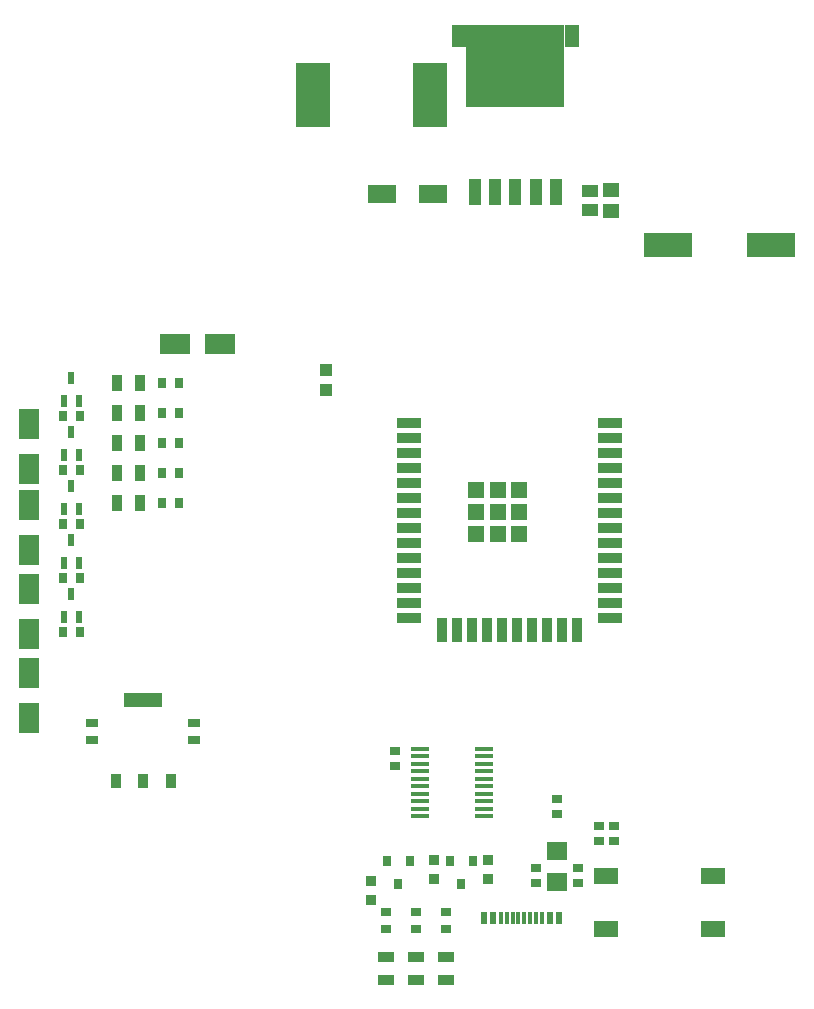
<source format=gbr>
G04 EAGLE Gerber RS-274X export*
G75*
%MOMM*%
%FSLAX34Y34*%
%LPD*%
%INSolderpaste Top*%
%IPPOS*%
%AMOC8*
5,1,8,0,0,1.08239X$1,22.5*%
G01*
%ADD10R,2.900000X5.400000*%
%ADD11R,2.350000X1.550000*%
%ADD12R,1.470000X1.020000*%
%ADD13R,1.450000X1.150000*%
%ADD14R,4.100000X2.000000*%
%ADD15R,1.020000X2.160000*%
%ADD16R,8.330000X6.990000*%
%ADD17R,1.235000X1.910000*%
%ADD18R,0.500000X1.000000*%
%ADD19R,0.900000X1.400000*%
%ADD20R,0.650000X0.900000*%
%ADD21R,1.700000X2.550000*%
%ADD22R,2.550000X1.700000*%
%ADD23R,0.950000X1.250000*%
%ADD24R,3.200000X1.250000*%
%ADD25R,0.990000X0.780000*%
%ADD26R,1.000000X1.100000*%
%ADD27R,2.000000X0.900000*%
%ADD28R,0.900000X2.000000*%
%ADD29R,1.330000X1.330000*%
%ADD30R,0.950000X0.900000*%
%ADD31R,0.900000X0.650000*%
%ADD32R,1.400000X0.900000*%
%ADD33R,0.800000X0.900000*%
%ADD34R,0.940000X0.800000*%
%ADD35R,1.526000X0.435000*%
%ADD36R,0.600000X1.140000*%
%ADD37R,0.300000X1.140000*%
%ADD38R,1.820000X1.610000*%
%ADD39R,2.100000X1.400000*%


D10*
X567720Y924560D03*
X666720Y924560D03*
D11*
X626200Y840740D03*
X669200Y840740D03*
D12*
X802640Y827560D03*
X802640Y843760D03*
D13*
X820420Y826660D03*
X820420Y844660D03*
D14*
X868360Y797560D03*
X955360Y797560D03*
D15*
X705140Y843130D03*
X722140Y843130D03*
X739140Y843130D03*
X756140Y843130D03*
X773140Y843130D03*
D16*
X739140Y949880D03*
D17*
X786965Y975280D03*
X691315Y975280D03*
D18*
X356720Y619920D03*
X369720Y619920D03*
X363220Y639920D03*
D19*
X401980Y655320D03*
X420980Y655320D03*
D20*
X439790Y655320D03*
X454290Y655320D03*
D21*
X327660Y646380D03*
X327660Y608380D03*
D20*
X355970Y607060D03*
X370470Y607060D03*
D18*
X356720Y574200D03*
X369720Y574200D03*
X363220Y594200D03*
D19*
X401980Y629920D03*
X420980Y629920D03*
D20*
X439790Y629920D03*
X454290Y629920D03*
D21*
X327660Y577800D03*
X327660Y539800D03*
D20*
X355970Y561340D03*
X370470Y561340D03*
D18*
X356720Y665640D03*
X369720Y665640D03*
X363220Y685640D03*
D19*
X401980Y680720D03*
X420980Y680720D03*
D20*
X439790Y680720D03*
X454290Y680720D03*
D22*
X450900Y713740D03*
X488900Y713740D03*
D20*
X355970Y652780D03*
X370470Y652780D03*
D18*
X356720Y528480D03*
X369720Y528480D03*
X363220Y548480D03*
D19*
X401980Y604520D03*
X420980Y604520D03*
D20*
X439790Y604520D03*
X454290Y604520D03*
D21*
X327660Y506680D03*
X327660Y468680D03*
D20*
X355970Y515620D03*
X370470Y515620D03*
D18*
X356720Y482760D03*
X369720Y482760D03*
X363220Y502760D03*
D19*
X401980Y579120D03*
X420980Y579120D03*
D20*
X439790Y579120D03*
X454290Y579120D03*
D21*
X327660Y397560D03*
X327660Y435560D03*
D20*
X355970Y469900D03*
X370470Y469900D03*
D23*
X401180Y344460D03*
X424180Y344460D03*
X447180Y344460D03*
D24*
X424180Y412460D03*
D25*
X467360Y379080D03*
X467360Y393080D03*
X381000Y379080D03*
X381000Y393080D03*
D26*
X579120Y674760D03*
X579120Y691760D03*
D27*
X649060Y646960D03*
X649060Y634260D03*
X649060Y621560D03*
X649060Y608860D03*
X649060Y596160D03*
X649060Y583460D03*
X649060Y570760D03*
X649060Y558060D03*
X649060Y545360D03*
X649060Y532660D03*
X649060Y519960D03*
X649060Y507260D03*
X649060Y494560D03*
X649060Y481860D03*
D28*
X676910Y471860D03*
X689610Y471860D03*
X702310Y471860D03*
X715010Y471860D03*
X727710Y471860D03*
X740410Y471860D03*
X753110Y471860D03*
X765810Y471860D03*
X778510Y471860D03*
X791210Y471860D03*
D27*
X819060Y481860D03*
X819060Y494560D03*
X819060Y507260D03*
X819060Y519960D03*
X819060Y532660D03*
X819060Y545360D03*
X819060Y558060D03*
X819060Y570760D03*
X819060Y583460D03*
X819060Y596160D03*
X819060Y608860D03*
X819060Y621560D03*
X819060Y634260D03*
X819060Y646960D03*
D29*
X705710Y590310D03*
X724060Y590310D03*
X742410Y590310D03*
X705710Y571960D03*
X724060Y571960D03*
X742410Y571960D03*
X705710Y553610D03*
X724060Y553610D03*
X742410Y553610D03*
D30*
X617220Y259460D03*
X617220Y243460D03*
X716280Y277240D03*
X716280Y261240D03*
X670560Y277240D03*
X670560Y261240D03*
D31*
X680720Y233310D03*
X680720Y218810D03*
D32*
X680720Y194920D03*
X680720Y175920D03*
D33*
X649580Y276700D03*
X630580Y276700D03*
X640080Y256700D03*
X702920Y276700D03*
X683920Y276700D03*
X693420Y256700D03*
D34*
X822960Y306420D03*
X822960Y293020D03*
X810260Y306420D03*
X810260Y293020D03*
D35*
X712920Y314320D03*
X712920Y320680D03*
X712920Y327020D03*
X712920Y333380D03*
X712920Y339720D03*
X712920Y346080D03*
X712920Y352420D03*
X712920Y358780D03*
X712920Y365120D03*
X712920Y371480D03*
X658680Y371480D03*
X658680Y365120D03*
X658680Y358780D03*
X658680Y352420D03*
X658680Y346080D03*
X658680Y339720D03*
X658680Y333380D03*
X658680Y327020D03*
X658680Y320680D03*
X658680Y314320D03*
D31*
X655320Y233310D03*
X655320Y218810D03*
X629920Y233310D03*
X629920Y218810D03*
D32*
X655320Y175920D03*
X655320Y194920D03*
X629920Y175920D03*
X629920Y194920D03*
D34*
X637540Y356520D03*
X637540Y369920D03*
X756920Y257460D03*
X756920Y270860D03*
X792480Y257460D03*
X792480Y270860D03*
D36*
X712220Y227840D03*
X720220Y227840D03*
D37*
X741720Y227840D03*
X736720Y227840D03*
X731720Y227840D03*
X726720Y227840D03*
X746720Y227840D03*
X751720Y227840D03*
X756720Y227840D03*
X761720Y227840D03*
D36*
X768220Y227840D03*
X776220Y227840D03*
D38*
X774700Y258780D03*
X774700Y284780D03*
D34*
X774700Y315880D03*
X774700Y329280D03*
D39*
X815560Y263800D03*
X906560Y263800D03*
X815560Y218800D03*
X906560Y218800D03*
M02*

</source>
